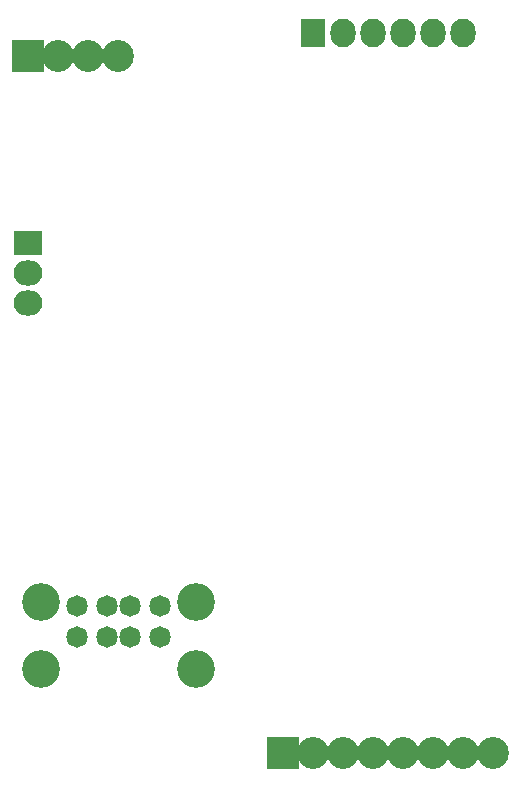
<source format=gbs>
G04 #@! TF.FileFunction,Soldermask,Bot*
%FSLAX46Y46*%
G04 Gerber Fmt 4.6, Leading zero omitted, Abs format (unit mm)*
G04 Created by KiCad (PCBNEW (2015-01-16 BZR 5376)-product) date 11/18/2015 9:54:19 PM*
%MOMM*%
G01*
G04 APERTURE LIST*
%ADD10C,0.100000*%
%ADD11R,2.127200X2.432000*%
%ADD12O,2.127200X2.432000*%
%ADD13C,1.820000*%
%ADD14C,3.200000*%
%ADD15R,2.432000X2.127200*%
%ADD16O,2.432000X2.127200*%
%ADD17R,2.700000X2.700000*%
%ADD18C,2.700000*%
G04 APERTURE END LIST*
D10*
D11*
X29210000Y67310000D03*
D12*
X31750000Y67310000D03*
X34290000Y67310000D03*
X36830000Y67310000D03*
X39370000Y67310000D03*
X41910000Y67310000D03*
D13*
X9200000Y18805005D03*
X11700000Y18805005D03*
X13700000Y18805005D03*
X16200000Y18805005D03*
X9200000Y16185005D03*
X11700000Y16185005D03*
X13700000Y16185005D03*
X16200000Y16185005D03*
D14*
X19270000Y13475005D03*
X19270000Y19155005D03*
X6130000Y19155005D03*
X6130000Y13475005D03*
D15*
X5080000Y49530000D03*
D16*
X5080000Y46990000D03*
X5080000Y44450000D03*
D17*
X26670000Y6350000D03*
D18*
X29210000Y6350000D03*
X31750000Y6350000D03*
X34290000Y6350000D03*
X36830000Y6350000D03*
X39370000Y6350000D03*
X41910000Y6350000D03*
X44450000Y6350000D03*
D17*
X5080000Y65405000D03*
D18*
X7620000Y65405000D03*
X10160000Y65405000D03*
X12700000Y65405000D03*
M02*

</source>
